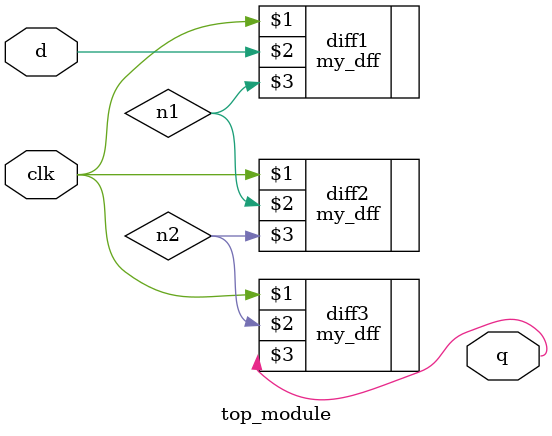
<source format=v>
module top_module ( input clk, input d, output q );
    wire n1, n2;
    my_dff diff1(clk, d, n1);
    my_dff diff2(clk, n1, n2);
    my_dff diff3(clk, n2,  q);
endmodule

</source>
